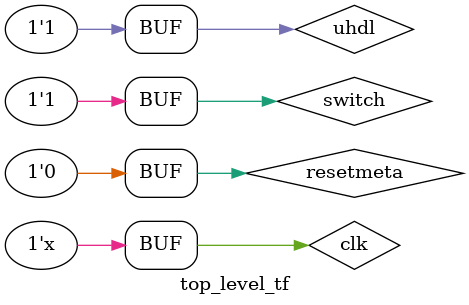
<source format=v>
`timescale 1ns / 1ps


module top_level_tf;

	// Inputs
	reg resetmeta;
	reg uhdl;
	reg switch;
	reg clk;

	// Outputs
	wire [7:0] anode;
	wire [6:0] cathode;

	// Instantiate the Unit Under Test (UUT)
	top_level uut (
		.resetmeta(resetmeta), 
		.uhdl(uhdl), 
		.switch(switch), 
		.clk(clk), 
		.anode(anode), 
		.cathode(cathode)
	);

   always #5 clk = ~clk;
	
	initial begin
		// Initialize Inputs
		resetmeta = 1;
		uhdl = 0;
		switch = 0;
		clk = 0;

		// Wait 1us for global reset to finish
		#100 resetmeta = 0;
       
		// Add stimulus here 
		#100 uhdl = 1;
		#100 switch = 1;


	end
      
endmodule


</source>
